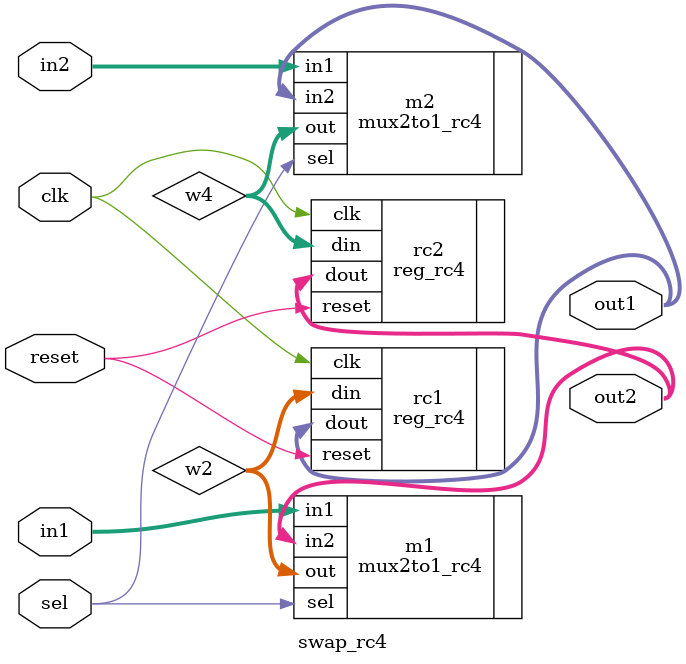
<source format=v>
`timescale 1ns / 1ps


module swap_rc4(clk,
            reset,
            out1,out2,
            in1,in2,
            sel
    );
    
    
    wire [3:0] w1,w2,w3,w4,w5,w6;
    wire [3:0] r1,r2;
    wire [3:0] s1,s2;
    


    input clk,reset;
    input [3:0] in1,in2;
    output[3:0] out1,out2;
    input sel;
    
    
    mux2to1_rc4 m1(.in1(in1),.in2(out2),.out(w2),.sel(sel));
    mux2to1_rc4 m2(.in1(in2),.in2(out1),.out(w4),.sel(sel));
    reg_rc4 rc1(.din(w2),.dout(out1),.clk(clk),.reset(reset));
    reg_rc4 rc2(.din(w4),.dout(out2),.clk(clk),.reset(reset));
    
endmodule

</source>
